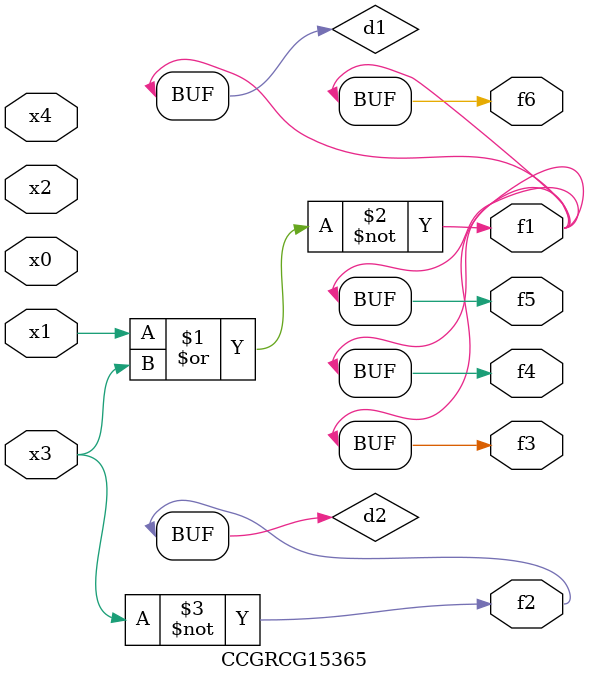
<source format=v>
module CCGRCG15365(
	input x0, x1, x2, x3, x4,
	output f1, f2, f3, f4, f5, f6
);

	wire d1, d2;

	nor (d1, x1, x3);
	not (d2, x3);
	assign f1 = d1;
	assign f2 = d2;
	assign f3 = d1;
	assign f4 = d1;
	assign f5 = d1;
	assign f6 = d1;
endmodule

</source>
